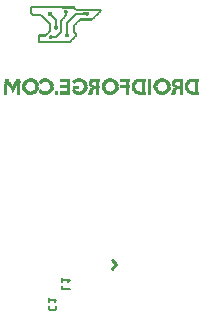
<source format=gbr>
G04 EAGLE Gerber RS-274X export*
G75*
%MOMM*%
%FSLAX34Y34*%
%LPD*%
%INSilkscreen Bottom*%
%IPPOS*%
%AMOC8*
5,1,8,0,0,1.08239X$1,22.5*%
G01*
%ADD10R,0.279400X0.025400*%
%ADD11R,0.254000X0.025400*%
%ADD12R,2.641600X0.025400*%
%ADD13R,0.685800X0.025400*%
%ADD14R,0.457200X0.025400*%
%ADD15R,0.863600X0.025400*%
%ADD16R,2.692400X0.025400*%
%ADD17R,0.762000X0.025400*%
%ADD18R,0.584200X0.025400*%
%ADD19R,2.743200X0.025400*%
%ADD20R,0.812800X0.025400*%
%ADD21R,2.768600X0.025400*%
%ADD22R,0.787400X0.025400*%
%ADD23R,2.794000X0.025400*%
%ADD24R,0.914400X0.025400*%
%ADD25R,0.838200X0.025400*%
%ADD26R,0.203200X0.025400*%
%ADD27R,0.127000X0.025400*%
%ADD28R,0.939800X0.025400*%
%ADD29R,0.889000X0.025400*%
%ADD30R,0.965200X0.025400*%
%ADD31R,0.990600X0.025400*%
%ADD32R,1.041400X0.025400*%
%ADD33R,1.016000X0.025400*%
%ADD34R,0.025400X0.025400*%
%ADD35R,0.508000X0.025400*%
%ADD36R,0.482600X0.025400*%
%ADD37R,1.066800X0.025400*%
%ADD38R,0.050800X0.025400*%
%ADD39R,0.406400X0.025400*%
%ADD40R,0.381000X0.025400*%
%ADD41R,0.076200X0.025400*%
%ADD42R,0.355600X0.025400*%
%ADD43R,0.330200X0.025400*%
%ADD44R,0.304800X0.025400*%
%ADD45R,0.101600X0.025400*%
%ADD46R,0.152400X0.025400*%
%ADD47R,0.228600X0.025400*%
%ADD48R,0.177800X0.025400*%
%ADD49R,0.635000X0.025400*%
%ADD50R,0.736600X0.025400*%
%ADD51R,0.431800X0.025400*%
%ADD52R,0.711200X0.025400*%
%ADD53R,0.533400X0.025400*%
%ADD54R,0.609600X0.025400*%
%ADD55R,1.168400X0.025400*%
%ADD56R,1.193800X0.025400*%
%ADD57R,1.117600X0.025400*%
%ADD58R,0.558800X0.025400*%
%ADD59R,2.184400X0.025400*%
%ADD60R,2.235200X0.025400*%
%ADD61R,3.810000X0.025400*%
%ADD62R,3.759200X0.025400*%
%ADD63R,3.733800X0.025400*%
%ADD64R,3.657600X0.025400*%
%ADD65R,2.336800X0.025400*%
%ADD66C,0.254000*%
%ADD67C,0.152400*%


D10*
X146558Y210312D03*
X102616Y210312D03*
D11*
X76327Y210312D03*
D10*
X47498Y210312D03*
X35052Y210312D03*
D12*
X55245Y254000D03*
D13*
X174244Y210566D03*
D11*
X162941Y210566D03*
D10*
X155702Y210566D03*
D14*
X146431Y210566D03*
D11*
X136525Y210566D03*
D13*
X129286Y210566D03*
D11*
X117983Y210566D03*
D14*
X102489Y210566D03*
D11*
X92583Y210566D03*
D10*
X85344Y210566D03*
D14*
X76327Y210566D03*
D15*
X64389Y210566D03*
D11*
X57277Y210566D03*
D14*
X47625Y210566D03*
X34925Y210566D03*
D11*
X25019Y210566D03*
X14605Y210566D03*
D16*
X55245Y254254D03*
D17*
X173863Y210820D03*
D11*
X162941Y210820D03*
D10*
X155956Y210820D03*
D18*
X146558Y210820D03*
D11*
X136525Y210820D03*
D17*
X128905Y210820D03*
D11*
X117983Y210820D03*
D18*
X102616Y210820D03*
D11*
X92583Y210820D03*
D10*
X85598Y210820D03*
D18*
X76200Y210820D03*
D15*
X64389Y210820D03*
D11*
X57277Y210820D03*
D18*
X47498Y210820D03*
X35052Y210820D03*
D11*
X25019Y210820D03*
X14605Y210820D03*
D19*
X55245Y254508D03*
D20*
X173609Y211074D03*
D11*
X162941Y211074D03*
X156083Y211074D03*
D13*
X146558Y211074D03*
D11*
X136525Y211074D03*
D20*
X128651Y211074D03*
D11*
X117983Y211074D03*
D13*
X102616Y211074D03*
D11*
X92583Y211074D03*
X85725Y211074D03*
D13*
X76200Y211074D03*
D15*
X64389Y211074D03*
D11*
X57277Y211074D03*
D13*
X47498Y211074D03*
X35052Y211074D03*
D11*
X25019Y211074D03*
X14605Y211074D03*
D21*
X55372Y254762D03*
D15*
X173355Y211328D03*
D11*
X162941Y211328D03*
X156083Y211328D03*
D22*
X146558Y211328D03*
D11*
X136525Y211328D03*
D15*
X128397Y211328D03*
D11*
X117983Y211328D03*
D22*
X102616Y211328D03*
D11*
X92583Y211328D03*
X85725Y211328D03*
D17*
X76327Y211328D03*
D15*
X64389Y211328D03*
D11*
X57277Y211328D03*
D17*
X47625Y211328D03*
D22*
X35052Y211328D03*
D11*
X25019Y211328D03*
X14605Y211328D03*
D23*
X55499Y255016D03*
D24*
X173101Y211582D03*
D11*
X162941Y211582D03*
D10*
X156210Y211582D03*
D25*
X146558Y211582D03*
D11*
X136525Y211582D03*
D24*
X128143Y211582D03*
D11*
X117983Y211582D03*
D25*
X102616Y211582D03*
D11*
X92583Y211582D03*
D10*
X85852Y211582D03*
D25*
X76200Y211582D03*
D15*
X64389Y211582D03*
D11*
X57277Y211582D03*
D25*
X47498Y211582D03*
X35052Y211582D03*
D11*
X25019Y211582D03*
X14605Y211582D03*
D26*
X68707Y255270D03*
D27*
X42164Y255270D03*
D28*
X172974Y211836D03*
D11*
X162941Y211836D03*
X156337Y211836D03*
D29*
X146558Y211836D03*
D11*
X136525Y211836D03*
D28*
X128016Y211836D03*
D11*
X117983Y211836D03*
D29*
X102616Y211836D03*
D11*
X92583Y211836D03*
X85979Y211836D03*
D24*
X76327Y211836D03*
D15*
X64389Y211836D03*
D11*
X57277Y211836D03*
D24*
X47625Y211836D03*
D29*
X35052Y211836D03*
D11*
X25019Y211836D03*
X14605Y211836D03*
D26*
X68961Y255524D03*
D27*
X42164Y255524D03*
D30*
X172847Y212090D03*
D11*
X162941Y212090D03*
X156337Y212090D03*
D31*
X146558Y212090D03*
D11*
X136525Y212090D03*
D30*
X127889Y212090D03*
D11*
X117983Y212090D03*
D31*
X102616Y212090D03*
D11*
X92583Y212090D03*
X85979Y212090D03*
D30*
X76327Y212090D03*
D15*
X64389Y212090D03*
D11*
X57277Y212090D03*
D30*
X47625Y212090D03*
D31*
X35052Y212090D03*
D11*
X25019Y212090D03*
X14605Y212090D03*
D26*
X69215Y255778D03*
D27*
X42164Y255778D03*
D31*
X172720Y212344D03*
D11*
X162941Y212344D03*
D10*
X156464Y212344D03*
D32*
X146558Y212344D03*
D11*
X136525Y212344D03*
D31*
X127762Y212344D03*
D11*
X117983Y212344D03*
D32*
X102616Y212344D03*
D11*
X92583Y212344D03*
D10*
X86106Y212344D03*
D33*
X76327Y212344D03*
D15*
X64389Y212344D03*
D11*
X57277Y212344D03*
D33*
X47625Y212344D03*
D32*
X35052Y212344D03*
D11*
X25019Y212344D03*
D34*
X20066Y212344D03*
D11*
X14605Y212344D03*
D26*
X69469Y256032D03*
D27*
X42164Y256032D03*
D11*
X176403Y212598D03*
D35*
X170053Y212598D03*
D11*
X162941Y212598D03*
X156591Y212598D03*
D35*
X149479Y212598D03*
X143637Y212598D03*
D11*
X136525Y212598D03*
X131445Y212598D03*
D35*
X125095Y212598D03*
D11*
X117983Y212598D03*
D35*
X105537Y212598D03*
X99695Y212598D03*
D11*
X92583Y212598D03*
X86233Y212598D03*
D35*
X79121Y212598D03*
D36*
X73406Y212598D03*
D15*
X64389Y212598D03*
D11*
X57277Y212598D03*
D37*
X47625Y212598D03*
D35*
X37973Y212598D03*
X32131Y212598D03*
D11*
X25019Y212598D03*
D38*
X19939Y212598D03*
D11*
X14605Y212598D03*
D26*
X69723Y256286D03*
D27*
X42164Y256286D03*
D11*
X176403Y212852D03*
D39*
X169291Y212852D03*
D11*
X162941Y212852D03*
X156591Y212852D03*
D39*
X149987Y212852D03*
X143129Y212852D03*
D11*
X136525Y212852D03*
X131445Y212852D03*
D39*
X124333Y212852D03*
D11*
X117983Y212852D03*
D39*
X106045Y212852D03*
X99187Y212852D03*
D11*
X92583Y212852D03*
X86233Y212852D03*
D39*
X79629Y212852D03*
D40*
X72644Y212852D03*
D11*
X67437Y212852D03*
X57277Y212852D03*
D39*
X50927Y212852D03*
X44069Y212852D03*
X38481Y212852D03*
X31623Y212852D03*
D11*
X25019Y212852D03*
D41*
X19812Y212852D03*
D11*
X14605Y212852D03*
D26*
X69977Y256540D03*
D27*
X42164Y256540D03*
D11*
X176403Y213106D03*
D42*
X169037Y213106D03*
D11*
X162941Y213106D03*
D10*
X156718Y213106D03*
D42*
X150495Y213106D03*
X142621Y213106D03*
D11*
X136525Y213106D03*
X131445Y213106D03*
D42*
X124079Y213106D03*
D11*
X117983Y213106D03*
D42*
X106553Y213106D03*
X98679Y213106D03*
D11*
X92583Y213106D03*
D10*
X86360Y213106D03*
D42*
X80137Y213106D03*
D43*
X72390Y213106D03*
D11*
X67437Y213106D03*
D42*
X51435Y213106D03*
D44*
X43815Y213106D03*
D42*
X38989Y213106D03*
X31115Y213106D03*
D11*
X25019Y213106D03*
D45*
X19939Y213106D03*
D11*
X14605Y213106D03*
D26*
X70231Y256794D03*
D27*
X42164Y256794D03*
D11*
X176403Y213360D03*
D43*
X168656Y213360D03*
D11*
X162941Y213360D03*
X156845Y213360D03*
D42*
X150749Y213360D03*
X142367Y213360D03*
D11*
X136525Y213360D03*
X131445Y213360D03*
D43*
X123698Y213360D03*
D11*
X117983Y213360D03*
D42*
X106807Y213360D03*
X98425Y213360D03*
D11*
X92583Y213360D03*
X86487Y213360D03*
D42*
X80391Y213360D03*
D10*
X72136Y213360D03*
D11*
X67437Y213360D03*
D42*
X51689Y213360D03*
D11*
X43815Y213360D03*
D42*
X39243Y213360D03*
X30861Y213360D03*
D11*
X25019Y213360D03*
D27*
X19812Y213360D03*
D11*
X14605Y213360D03*
D26*
X70485Y257048D03*
D27*
X42164Y257048D03*
D11*
X176403Y213614D03*
D43*
X168402Y213614D03*
D11*
X162941Y213614D03*
X156845Y213614D03*
D44*
X151003Y213614D03*
X142113Y213614D03*
D11*
X136525Y213614D03*
X131445Y213614D03*
D43*
X123444Y213614D03*
D11*
X117983Y213614D03*
D44*
X107061Y213614D03*
X98171Y213614D03*
D11*
X92583Y213614D03*
X86487Y213614D03*
D44*
X80645Y213614D03*
D11*
X72009Y213614D03*
X67437Y213614D03*
D44*
X51943Y213614D03*
D26*
X43815Y213614D03*
D44*
X39497Y213614D03*
X30607Y213614D03*
D11*
X25019Y213614D03*
D46*
X19939Y213614D03*
D11*
X14605Y213614D03*
D26*
X70739Y257302D03*
D27*
X42164Y257302D03*
D11*
X176403Y213868D03*
D44*
X168275Y213868D03*
D11*
X162941Y213868D03*
X157099Y213868D03*
D44*
X151257Y213868D03*
X141859Y213868D03*
D11*
X136525Y213868D03*
X131445Y213868D03*
D44*
X123317Y213868D03*
D11*
X117983Y213868D03*
D44*
X107315Y213868D03*
X97917Y213868D03*
D11*
X92583Y213868D03*
X86741Y213868D03*
D44*
X80899Y213868D03*
D47*
X71882Y213868D03*
D11*
X67437Y213868D03*
D44*
X52197Y213868D03*
D27*
X43688Y213868D03*
D44*
X39751Y213868D03*
X30353Y213868D03*
D11*
X25019Y213868D03*
D48*
X19812Y213868D03*
D11*
X14605Y213868D03*
D26*
X70993Y257556D03*
D46*
X52197Y257556D03*
D27*
X42164Y257556D03*
D11*
X176403Y214122D03*
D44*
X168021Y214122D03*
D11*
X162941Y214122D03*
X157099Y214122D03*
D44*
X151511Y214122D03*
D10*
X141732Y214122D03*
D11*
X136525Y214122D03*
X131445Y214122D03*
D44*
X123063Y214122D03*
D11*
X117983Y214122D03*
D44*
X107569Y214122D03*
D10*
X97790Y214122D03*
D11*
X92583Y214122D03*
X86741Y214122D03*
D44*
X81153Y214122D03*
D47*
X71882Y214122D03*
D11*
X67437Y214122D03*
D44*
X52451Y214122D03*
D45*
X43815Y214122D03*
D44*
X40005Y214122D03*
D10*
X30226Y214122D03*
D11*
X25019Y214122D03*
D47*
X19812Y214122D03*
D11*
X14605Y214122D03*
D26*
X71247Y257810D03*
D47*
X52324Y257810D03*
D27*
X42164Y257810D03*
D11*
X176403Y214376D03*
D10*
X167894Y214376D03*
D11*
X162941Y214376D03*
D10*
X157226Y214376D03*
X151638Y214376D03*
X141478Y214376D03*
D11*
X136525Y214376D03*
X131445Y214376D03*
D10*
X122936Y214376D03*
D11*
X117983Y214376D03*
D10*
X107696Y214376D03*
X97536Y214376D03*
D11*
X92583Y214376D03*
D10*
X86868Y214376D03*
X81280Y214376D03*
D47*
X71882Y214376D03*
D11*
X67437Y214376D03*
D10*
X52578Y214376D03*
D38*
X43815Y214376D03*
D10*
X40132Y214376D03*
X29972Y214376D03*
D11*
X25019Y214376D03*
X19939Y214376D03*
X14605Y214376D03*
D26*
X71501Y258064D03*
D11*
X52197Y258064D03*
D27*
X42164Y258064D03*
D11*
X176403Y214630D03*
D10*
X167640Y214630D03*
D11*
X162941Y214630D03*
X157353Y214630D03*
D10*
X151638Y214630D03*
X141478Y214630D03*
D11*
X136525Y214630D03*
X131445Y214630D03*
D10*
X122682Y214630D03*
D11*
X117983Y214630D03*
D10*
X107696Y214630D03*
X97536Y214630D03*
D11*
X92583Y214630D03*
X86995Y214630D03*
D10*
X81280Y214630D03*
D47*
X71882Y214630D03*
D11*
X67437Y214630D03*
D10*
X52578Y214630D03*
X40132Y214630D03*
X29972Y214630D03*
D11*
X25019Y214630D03*
D10*
X19812Y214630D03*
D11*
X14605Y214630D03*
D26*
X71755Y258318D03*
D18*
X53848Y258318D03*
D27*
X42164Y258318D03*
D11*
X176403Y214884D03*
D10*
X167640Y214884D03*
D11*
X162941Y214884D03*
D10*
X157480Y214884D03*
X151892Y214884D03*
X141224Y214884D03*
D11*
X136525Y214884D03*
X131445Y214884D03*
D10*
X122682Y214884D03*
D11*
X117983Y214884D03*
D10*
X107950Y214884D03*
X97282Y214884D03*
D11*
X92583Y214884D03*
D10*
X87122Y214884D03*
X81534Y214884D03*
D47*
X71882Y214884D03*
D11*
X67437Y214884D03*
D10*
X52832Y214884D03*
X40386Y214884D03*
X29718Y214884D03*
D11*
X25019Y214884D03*
D44*
X19939Y214884D03*
D11*
X14605Y214884D03*
D26*
X72009Y258572D03*
D49*
X53848Y258572D03*
D27*
X42164Y258572D03*
D11*
X176403Y215138D03*
X167513Y215138D03*
X162941Y215138D03*
D10*
X157734Y215138D03*
X151892Y215138D03*
X141224Y215138D03*
D11*
X136525Y215138D03*
X131445Y215138D03*
X122555Y215138D03*
X117983Y215138D03*
D10*
X107950Y215138D03*
X97282Y215138D03*
D11*
X92583Y215138D03*
D10*
X87376Y215138D03*
X81534Y215138D03*
D35*
X73279Y215138D03*
D11*
X67437Y215138D03*
D10*
X52832Y215138D03*
X40386Y215138D03*
X29718Y215138D03*
D11*
X25019Y215138D03*
D43*
X19812Y215138D03*
D11*
X14605Y215138D03*
D26*
X72263Y258826D03*
D36*
X54864Y258826D03*
D27*
X51308Y258826D03*
X42164Y258826D03*
D11*
X176403Y215392D03*
X167513Y215392D03*
X162941Y215392D03*
D43*
X157988Y215392D03*
D11*
X152019Y215392D03*
X141097Y215392D03*
X136525Y215392D03*
X131445Y215392D03*
X122555Y215392D03*
X117983Y215392D03*
X108077Y215392D03*
X97155Y215392D03*
X92583Y215392D03*
D43*
X87630Y215392D03*
D11*
X81661Y215392D03*
D35*
X73279Y215392D03*
D11*
X67437Y215392D03*
X52959Y215392D03*
X40513Y215392D03*
X29591Y215392D03*
X25019Y215392D03*
D42*
X19939Y215392D03*
D11*
X14605Y215392D03*
D26*
X72517Y259080D03*
D48*
X66294Y259080D03*
D13*
X54102Y259080D03*
D27*
X42164Y259080D03*
D11*
X176403Y215646D03*
D10*
X167386Y215646D03*
D17*
X160401Y215646D03*
D10*
X152146Y215646D03*
X140970Y215646D03*
D11*
X136525Y215646D03*
X131445Y215646D03*
D10*
X122428Y215646D03*
D11*
X117983Y215646D03*
D10*
X108204Y215646D03*
X97028Y215646D03*
D17*
X90043Y215646D03*
D10*
X81788Y215646D03*
D35*
X73279Y215646D03*
D11*
X67437Y215646D03*
D10*
X53086Y215646D03*
X40640Y215646D03*
X29464Y215646D03*
D11*
X25019Y215646D03*
D40*
X19812Y215646D03*
D11*
X14605Y215646D03*
D26*
X72771Y259334D03*
D47*
X66294Y259334D03*
D13*
X54356Y259334D03*
D27*
X42164Y259334D03*
D11*
X176403Y215900D03*
X167259Y215900D03*
D50*
X160528Y215900D03*
D10*
X152146Y215900D03*
X140970Y215900D03*
D11*
X136525Y215900D03*
X131445Y215900D03*
X122301Y215900D03*
X117983Y215900D03*
D10*
X108204Y215900D03*
X97028Y215900D03*
D50*
X90170Y215900D03*
D10*
X81788Y215900D03*
D35*
X73279Y215900D03*
D11*
X67437Y215900D03*
D10*
X53086Y215900D03*
X40640Y215900D03*
X29464Y215900D03*
D11*
X25019Y215900D03*
D51*
X19812Y215900D03*
D11*
X14605Y215900D03*
D26*
X73025Y259588D03*
D10*
X66294Y259588D03*
D48*
X57150Y259588D03*
D11*
X52197Y259588D03*
D46*
X42291Y259588D03*
D11*
X176403Y216154D03*
X167259Y216154D03*
D13*
X160782Y216154D03*
D11*
X152273Y216154D03*
X140843Y216154D03*
X136525Y216154D03*
X131445Y216154D03*
X122301Y216154D03*
X117983Y216154D03*
X108331Y216154D03*
X96901Y216154D03*
D13*
X90424Y216154D03*
D11*
X81915Y216154D03*
D35*
X73279Y216154D03*
D11*
X67437Y216154D03*
X53213Y216154D03*
X40767Y216154D03*
X29337Y216154D03*
X25019Y216154D03*
D51*
X19812Y216154D03*
D11*
X14605Y216154D03*
D26*
X73279Y259842D03*
D10*
X66294Y259842D03*
D48*
X57404Y259842D03*
D47*
X52324Y259842D03*
D13*
X44958Y259842D03*
D11*
X176403Y216408D03*
X167259Y216408D03*
D13*
X160782Y216408D03*
D11*
X152273Y216408D03*
X140843Y216408D03*
X136525Y216408D03*
X131445Y216408D03*
X122301Y216408D03*
D15*
X114935Y216408D03*
D11*
X108331Y216408D03*
X96901Y216408D03*
D13*
X90424Y216408D03*
D11*
X81915Y216408D03*
D35*
X73279Y216408D03*
D15*
X64389Y216408D03*
D11*
X53213Y216408D03*
X40767Y216408D03*
X29337Y216408D03*
X25019Y216408D03*
D36*
X19812Y216408D03*
D11*
X14605Y216408D03*
D48*
X73406Y260096D03*
D10*
X66294Y260096D03*
D48*
X57658Y260096D03*
X52324Y260096D03*
D52*
X45085Y260096D03*
D11*
X176403Y216662D03*
X167259Y216662D03*
D50*
X160528Y216662D03*
D11*
X152273Y216662D03*
X140843Y216662D03*
X136525Y216662D03*
X131445Y216662D03*
X122301Y216662D03*
D15*
X114935Y216662D03*
D11*
X108331Y216662D03*
X96901Y216662D03*
D50*
X90170Y216662D03*
D11*
X81915Y216662D03*
D35*
X73279Y216662D03*
D15*
X64389Y216662D03*
D11*
X53213Y216662D03*
X40767Y216662D03*
X29337Y216662D03*
X25019Y216662D03*
D35*
X19939Y216662D03*
D11*
X14605Y216662D03*
D48*
X73660Y260350D03*
D27*
X67056Y260350D03*
X65532Y260350D03*
D48*
X57912Y260350D03*
D52*
X45339Y260350D03*
D11*
X176403Y216916D03*
X167259Y216916D03*
D22*
X160274Y216916D03*
D11*
X152273Y216916D03*
X140843Y216916D03*
X136525Y216916D03*
X131445Y216916D03*
X122301Y216916D03*
D15*
X114935Y216916D03*
D11*
X108331Y216916D03*
X96901Y216916D03*
D22*
X89916Y216916D03*
D11*
X81915Y216916D03*
D35*
X73279Y216916D03*
D15*
X64389Y216916D03*
D11*
X53213Y216916D03*
X40767Y216916D03*
X29337Y216916D03*
X25019Y216916D03*
D53*
X19812Y216916D03*
D11*
X14605Y216916D03*
D46*
X73787Y260604D03*
D10*
X66294Y260604D03*
D48*
X58166Y260604D03*
D52*
X45593Y260604D03*
D11*
X176403Y217170D03*
X167259Y217170D03*
D20*
X160147Y217170D03*
D11*
X152273Y217170D03*
X140843Y217170D03*
X136525Y217170D03*
X131445Y217170D03*
X122301Y217170D03*
D15*
X114935Y217170D03*
D11*
X108331Y217170D03*
X96901Y217170D03*
D20*
X89789Y217170D03*
D11*
X81915Y217170D03*
D35*
X73279Y217170D03*
D15*
X64389Y217170D03*
D11*
X53213Y217170D03*
X40767Y217170D03*
X29337Y217170D03*
X25019Y217170D03*
D10*
X21336Y217170D03*
X18288Y217170D03*
D11*
X14605Y217170D03*
D27*
X73914Y260858D03*
D10*
X66294Y260858D03*
D48*
X58420Y260858D03*
D13*
X45974Y260858D03*
D11*
X176403Y217424D03*
X167259Y217424D03*
D25*
X160020Y217424D03*
D11*
X152273Y217424D03*
X140843Y217424D03*
X136525Y217424D03*
X131445Y217424D03*
X122301Y217424D03*
D15*
X114935Y217424D03*
D11*
X108331Y217424D03*
X96901Y217424D03*
D25*
X89662Y217424D03*
D11*
X81915Y217424D03*
D15*
X64389Y217424D03*
D11*
X53213Y217424D03*
X40767Y217424D03*
X29337Y217424D03*
X25019Y217424D03*
X21463Y217424D03*
D10*
X18288Y217424D03*
D11*
X14605Y217424D03*
D46*
X73787Y261112D03*
D10*
X66294Y261112D03*
D48*
X58674Y261112D03*
X48768Y261112D03*
D11*
X176403Y217678D03*
X167259Y217678D03*
X162941Y217678D03*
D44*
X157353Y217678D03*
D11*
X152273Y217678D03*
X140843Y217678D03*
X136525Y217678D03*
X131445Y217678D03*
X122301Y217678D03*
D15*
X114935Y217678D03*
D11*
X108331Y217678D03*
X96901Y217678D03*
X92583Y217678D03*
D44*
X86995Y217678D03*
D11*
X81915Y217678D03*
D15*
X64389Y217678D03*
D11*
X53213Y217678D03*
X40767Y217678D03*
X29337Y217678D03*
X25019Y217678D03*
D10*
X21590Y217678D03*
X18034Y217678D03*
D11*
X14605Y217678D03*
D48*
X73660Y261366D03*
D47*
X66294Y261366D03*
D48*
X58928Y261366D03*
X49022Y261366D03*
D11*
X176403Y217932D03*
X167259Y217932D03*
X162941Y217932D03*
D10*
X156972Y217932D03*
D11*
X152273Y217932D03*
X140843Y217932D03*
X136525Y217932D03*
X131445Y217932D03*
X122301Y217932D03*
D15*
X114935Y217932D03*
D11*
X108331Y217932D03*
X96901Y217932D03*
X92583Y217932D03*
D10*
X86614Y217932D03*
D11*
X81915Y217932D03*
D15*
X64389Y217932D03*
D11*
X53213Y217932D03*
X40767Y217932D03*
X29337Y217932D03*
X25019Y217932D03*
X21717Y217932D03*
X17907Y217932D03*
X14605Y217932D03*
D48*
X73406Y261620D03*
X66294Y261620D03*
X59182Y261620D03*
X49276Y261620D03*
D11*
X176403Y218186D03*
X167259Y218186D03*
X162941Y218186D03*
D10*
X156718Y218186D03*
X152146Y218186D03*
X140970Y218186D03*
D11*
X136525Y218186D03*
X131445Y218186D03*
X122301Y218186D03*
D15*
X114935Y218186D03*
D10*
X108204Y218186D03*
X97028Y218186D03*
D11*
X92583Y218186D03*
D10*
X86360Y218186D03*
X81788Y218186D03*
D15*
X64389Y218186D03*
D10*
X53086Y218186D03*
X40640Y218186D03*
X29464Y218186D03*
D11*
X25019Y218186D03*
D10*
X21844Y218186D03*
X17780Y218186D03*
D11*
X14605Y218186D03*
D26*
X73279Y261874D03*
D27*
X66294Y261874D03*
D48*
X59436Y261874D03*
X49530Y261874D03*
D11*
X176403Y218440D03*
X167513Y218440D03*
X162941Y218440D03*
X156591Y218440D03*
X152019Y218440D03*
X141097Y218440D03*
X136525Y218440D03*
X131445Y218440D03*
X122555Y218440D03*
X117983Y218440D03*
X108077Y218440D03*
X97155Y218440D03*
X92583Y218440D03*
X86233Y218440D03*
X81661Y218440D03*
X67437Y218440D03*
X52959Y218440D03*
X40513Y218440D03*
X29591Y218440D03*
X25019Y218440D03*
X21971Y218440D03*
X17653Y218440D03*
X14605Y218440D03*
D26*
X73025Y262128D03*
D27*
X66294Y262128D03*
D48*
X59690Y262128D03*
X49784Y262128D03*
D11*
X176403Y218694D03*
X167513Y218694D03*
X162941Y218694D03*
X156591Y218694D03*
X152019Y218694D03*
X141097Y218694D03*
X136525Y218694D03*
X131445Y218694D03*
X122555Y218694D03*
X117983Y218694D03*
X108077Y218694D03*
X97155Y218694D03*
X92583Y218694D03*
X86233Y218694D03*
X81661Y218694D03*
X67437Y218694D03*
X52959Y218694D03*
X40513Y218694D03*
X29591Y218694D03*
X25019Y218694D03*
D10*
X22098Y218694D03*
X17526Y218694D03*
D11*
X14605Y218694D03*
D26*
X72771Y262382D03*
D27*
X66294Y262382D03*
D48*
X59944Y262382D03*
X50038Y262382D03*
D11*
X176403Y218948D03*
X167513Y218948D03*
X162941Y218948D03*
X156337Y218948D03*
D10*
X151892Y218948D03*
X141224Y218948D03*
D11*
X136525Y218948D03*
X131445Y218948D03*
X122555Y218948D03*
X117983Y218948D03*
D10*
X107950Y218948D03*
X97282Y218948D03*
D11*
X92583Y218948D03*
X85979Y218948D03*
D10*
X81534Y218948D03*
D11*
X67437Y218948D03*
D10*
X52832Y218948D03*
X40386Y218948D03*
X29718Y218948D03*
D11*
X25019Y218948D03*
X22225Y218948D03*
D53*
X16002Y218948D03*
D26*
X72517Y262636D03*
D27*
X66294Y262636D03*
D48*
X60198Y262636D03*
X50292Y262636D03*
D11*
X176403Y219202D03*
D10*
X167640Y219202D03*
D11*
X162941Y219202D03*
X156337Y219202D03*
D10*
X151638Y219202D03*
X141478Y219202D03*
D11*
X136525Y219202D03*
X131445Y219202D03*
D10*
X122682Y219202D03*
D11*
X117983Y219202D03*
D10*
X107696Y219202D03*
X97536Y219202D03*
D11*
X92583Y219202D03*
X85979Y219202D03*
D10*
X81280Y219202D03*
D11*
X67437Y219202D03*
D10*
X52578Y219202D03*
X40132Y219202D03*
X29972Y219202D03*
D53*
X23622Y219202D03*
X16002Y219202D03*
D26*
X72263Y262890D03*
D27*
X66294Y262890D03*
D48*
X60452Y262890D03*
X50546Y262890D03*
D11*
X176403Y219456D03*
X167767Y219456D03*
X162941Y219456D03*
X156337Y219456D03*
D10*
X151638Y219456D03*
X141478Y219456D03*
D11*
X136525Y219456D03*
X131445Y219456D03*
X122809Y219456D03*
X117983Y219456D03*
D10*
X107696Y219456D03*
X97536Y219456D03*
D11*
X92583Y219456D03*
X85979Y219456D03*
D10*
X81280Y219456D03*
D34*
X72644Y219456D03*
D11*
X67437Y219456D03*
D10*
X52578Y219456D03*
D34*
X43942Y219456D03*
D10*
X40132Y219456D03*
X29972Y219456D03*
D35*
X23749Y219456D03*
X15875Y219456D03*
D48*
X72136Y263144D03*
D27*
X66294Y263144D03*
D48*
X60706Y263144D03*
X50800Y263144D03*
D11*
X176403Y219710D03*
D10*
X167894Y219710D03*
D11*
X162941Y219710D03*
X156337Y219710D03*
D44*
X151511Y219710D03*
X141605Y219710D03*
D11*
X136525Y219710D03*
X131445Y219710D03*
D10*
X122936Y219710D03*
D11*
X117983Y219710D03*
D44*
X107569Y219710D03*
X97663Y219710D03*
D11*
X92583Y219710D03*
X85979Y219710D03*
D44*
X81153Y219710D03*
D38*
X72517Y219710D03*
D11*
X67437Y219710D03*
D44*
X52451Y219710D03*
D38*
X43815Y219710D03*
D44*
X40005Y219710D03*
X30099Y219710D03*
D36*
X23876Y219710D03*
X15748Y219710D03*
D48*
X71882Y263398D03*
D27*
X66294Y263398D03*
D48*
X60960Y263398D03*
X51054Y263398D03*
D11*
X176403Y219964D03*
D10*
X168148Y219964D03*
D11*
X162941Y219964D03*
X156337Y219964D03*
D44*
X151257Y219964D03*
X141859Y219964D03*
D11*
X136525Y219964D03*
X131445Y219964D03*
D10*
X123190Y219964D03*
D11*
X117983Y219964D03*
D44*
X107315Y219964D03*
X97917Y219964D03*
D11*
X92583Y219964D03*
X85979Y219964D03*
D44*
X80899Y219964D03*
D41*
X72390Y219964D03*
D11*
X67437Y219964D03*
D44*
X52197Y219964D03*
D45*
X43815Y219964D03*
D44*
X39751Y219964D03*
X30353Y219964D03*
D36*
X23876Y219964D03*
X15748Y219964D03*
D46*
X71755Y263652D03*
D27*
X66294Y263652D03*
D46*
X61087Y263652D03*
X51181Y263652D03*
D11*
X176403Y220218D03*
D44*
X168275Y220218D03*
D11*
X162941Y220218D03*
X156337Y220218D03*
D43*
X151130Y220218D03*
X141986Y220218D03*
D11*
X136525Y220218D03*
X131445Y220218D03*
D44*
X123317Y220218D03*
D11*
X117983Y220218D03*
D43*
X107188Y220218D03*
X98044Y220218D03*
D11*
X92583Y220218D03*
X85979Y220218D03*
D43*
X80772Y220218D03*
D27*
X72390Y220218D03*
D11*
X67437Y220218D03*
D43*
X52070Y220218D03*
D46*
X43815Y220218D03*
D43*
X39624Y220218D03*
X30480Y220218D03*
D14*
X24003Y220218D03*
X15621Y220218D03*
D27*
X71628Y263906D03*
X66294Y263906D03*
X61214Y263906D03*
X51308Y263906D03*
D11*
X176403Y220472D03*
D44*
X168529Y220472D03*
D11*
X162941Y220472D03*
D10*
X156464Y220472D03*
D43*
X150876Y220472D03*
X142240Y220472D03*
D11*
X136525Y220472D03*
X131445Y220472D03*
D44*
X123571Y220472D03*
D11*
X117983Y220472D03*
D43*
X106934Y220472D03*
X98298Y220472D03*
D11*
X92583Y220472D03*
D10*
X86106Y220472D03*
D43*
X80518Y220472D03*
D26*
X72517Y220472D03*
D11*
X67437Y220472D03*
D43*
X51816Y220472D03*
D47*
X43942Y220472D03*
D43*
X39370Y220472D03*
X30734Y220472D03*
D14*
X24003Y220472D03*
X15621Y220472D03*
D27*
X71628Y264160D03*
X66294Y264160D03*
X61214Y264160D03*
D46*
X51435Y264160D03*
D11*
X176403Y220726D03*
D43*
X168656Y220726D03*
D11*
X162941Y220726D03*
D10*
X156718Y220726D03*
D42*
X150495Y220726D03*
X142621Y220726D03*
D11*
X136525Y220726D03*
X131445Y220726D03*
D43*
X123698Y220726D03*
D11*
X117983Y220726D03*
D42*
X106553Y220726D03*
X98679Y220726D03*
D11*
X92583Y220726D03*
D10*
X86360Y220726D03*
D42*
X80137Y220726D03*
D11*
X72517Y220726D03*
X67437Y220726D03*
D42*
X51435Y220726D03*
D10*
X43942Y220726D03*
D42*
X38989Y220726D03*
X31115Y220726D03*
D51*
X24130Y220726D03*
X15494Y220726D03*
D27*
X71628Y264414D03*
X66294Y264414D03*
X61214Y264414D03*
X51562Y264414D03*
D11*
X176403Y220980D03*
D42*
X169037Y220980D03*
D11*
X162941Y220980D03*
D10*
X156718Y220980D03*
D39*
X150241Y220980D03*
X142875Y220980D03*
D11*
X136525Y220980D03*
X131445Y220980D03*
D42*
X124079Y220980D03*
D11*
X117983Y220980D03*
D39*
X106299Y220980D03*
X98933Y220980D03*
D11*
X92583Y220980D03*
D10*
X86360Y220980D03*
D39*
X79883Y220980D03*
D43*
X72644Y220980D03*
D11*
X67437Y220980D03*
D39*
X51181Y220980D03*
D40*
X43942Y220980D03*
D39*
X38735Y220980D03*
X31369Y220980D03*
D51*
X24130Y220980D03*
D39*
X15367Y220980D03*
D27*
X71628Y264668D03*
X66294Y264668D03*
X61214Y264668D03*
X51562Y264668D03*
D11*
X176403Y221234D03*
D40*
X169418Y221234D03*
D11*
X162941Y221234D03*
D43*
X156972Y221234D03*
D14*
X149733Y221234D03*
X143383Y221234D03*
D11*
X136525Y221234D03*
X131445Y221234D03*
D40*
X124460Y221234D03*
D11*
X117983Y221234D03*
D14*
X105791Y221234D03*
X99441Y221234D03*
D11*
X92583Y221234D03*
D43*
X86614Y221234D03*
D36*
X79248Y221234D03*
D14*
X73025Y221234D03*
D11*
X67437Y221234D03*
D14*
X50673Y221234D03*
X44577Y221234D03*
X38227Y221234D03*
X31877Y221234D03*
D39*
X24257Y221234D03*
X15367Y221234D03*
D27*
X71628Y264922D03*
X66294Y264922D03*
X61214Y264922D03*
X51562Y264922D03*
D31*
X172720Y221488D03*
D11*
X162941Y221488D03*
D42*
X157353Y221488D03*
D32*
X146558Y221488D03*
D11*
X136525Y221488D03*
D31*
X127762Y221488D03*
D15*
X114935Y221488D03*
D32*
X102616Y221488D03*
D11*
X92583Y221488D03*
D42*
X86995Y221488D03*
D32*
X76200Y221488D03*
D15*
X64389Y221488D03*
D33*
X47625Y221488D03*
D32*
X35052Y221488D03*
D40*
X24384Y221488D03*
X15240Y221488D03*
D27*
X71628Y265176D03*
X66294Y265176D03*
X61214Y265176D03*
X51562Y265176D03*
D30*
X172847Y221742D03*
D15*
X159893Y221742D03*
D31*
X146558Y221742D03*
D11*
X136525Y221742D03*
D30*
X127889Y221742D03*
D15*
X114935Y221742D03*
D31*
X102616Y221742D03*
D15*
X89535Y221742D03*
D31*
X76200Y221742D03*
D15*
X64389Y221742D03*
D30*
X47625Y221742D03*
D31*
X35052Y221742D03*
D40*
X24384Y221742D03*
X15240Y221742D03*
D27*
X71628Y265430D03*
X66294Y265430D03*
X61214Y265430D03*
X51562Y265430D03*
D28*
X172974Y221996D03*
D25*
X160020Y221996D03*
D28*
X146558Y221996D03*
D11*
X136525Y221996D03*
D28*
X128016Y221996D03*
D15*
X114935Y221996D03*
D28*
X102616Y221996D03*
D25*
X89662Y221996D03*
D28*
X76200Y221996D03*
D15*
X64389Y221996D03*
D24*
X47625Y221996D03*
D28*
X35052Y221996D03*
D42*
X24511Y221996D03*
X15113Y221996D03*
D27*
X71628Y265684D03*
X66294Y265684D03*
X61214Y265684D03*
X56388Y265684D03*
X51562Y265684D03*
D24*
X173101Y222250D03*
D20*
X160147Y222250D03*
D29*
X146558Y222250D03*
D11*
X136525Y222250D03*
D24*
X128143Y222250D03*
D15*
X114935Y222250D03*
D29*
X102616Y222250D03*
D20*
X89789Y222250D03*
D15*
X76073Y222250D03*
X64389Y222250D03*
X47625Y222250D03*
D29*
X35052Y222250D03*
D42*
X24511Y222250D03*
X15113Y222250D03*
D27*
X71628Y265938D03*
X66294Y265938D03*
X61214Y265938D03*
D26*
X56261Y265938D03*
D27*
X51562Y265938D03*
D15*
X173355Y222504D03*
D22*
X160274Y222504D03*
X146558Y222504D03*
D11*
X136525Y222504D03*
D15*
X128397Y222504D03*
X114935Y222504D03*
D22*
X102616Y222504D03*
X89916Y222504D03*
X76200Y222504D03*
D15*
X64389Y222504D03*
D22*
X47498Y222504D03*
X35052Y222504D03*
D43*
X24638Y222504D03*
X14986Y222504D03*
D27*
X71628Y266192D03*
X66294Y266192D03*
X61214Y266192D03*
D47*
X56388Y266192D03*
D27*
X51562Y266192D03*
D25*
X173482Y222758D03*
D17*
X160401Y222758D03*
D13*
X146558Y222758D03*
D11*
X136525Y222758D03*
D25*
X128524Y222758D03*
D15*
X114935Y222758D03*
D13*
X102616Y222758D03*
D17*
X90043Y222758D03*
D52*
X76073Y222758D03*
D15*
X64389Y222758D03*
D52*
X47625Y222758D03*
D13*
X35052Y222758D03*
D43*
X24638Y222758D03*
D44*
X14859Y222758D03*
D27*
X71628Y266446D03*
X66294Y266446D03*
X61214Y266446D03*
D10*
X56388Y266446D03*
D27*
X51562Y266446D03*
D22*
X173736Y223012D03*
D52*
X160655Y223012D03*
D49*
X146558Y223012D03*
D11*
X136525Y223012D03*
D22*
X128778Y223012D03*
D15*
X114935Y223012D03*
D49*
X102616Y223012D03*
D52*
X90297Y223012D03*
D54*
X76073Y223012D03*
D15*
X64389Y223012D03*
D54*
X47625Y223012D03*
D49*
X35052Y223012D03*
D44*
X24765Y223012D03*
X14859Y223012D03*
D27*
X71628Y266700D03*
X66294Y266700D03*
X61214Y266700D03*
D10*
X56388Y266700D03*
D27*
X51562Y266700D03*
D52*
X174117Y223266D03*
D49*
X161036Y223266D03*
D36*
X146558Y223266D03*
D11*
X136525Y223266D03*
D52*
X129159Y223266D03*
D15*
X114935Y223266D03*
D36*
X102616Y223266D03*
D49*
X90678Y223266D03*
D36*
X76200Y223266D03*
D15*
X64389Y223266D03*
D36*
X47498Y223266D03*
X35052Y223266D03*
D44*
X24765Y223266D03*
D10*
X14732Y223266D03*
D27*
X71628Y266954D03*
X66294Y266954D03*
X61214Y266954D03*
X57150Y266954D03*
X55626Y266954D03*
X51562Y266954D03*
D43*
X146558Y223520D03*
X102616Y223520D03*
X76200Y223520D03*
X47498Y223520D03*
X35052Y223520D03*
D27*
X71628Y267208D03*
X66294Y267208D03*
X61214Y267208D03*
X57150Y267208D03*
X55626Y267208D03*
X51562Y267208D03*
X71628Y267462D03*
X66294Y267462D03*
X61214Y267462D03*
D10*
X56388Y267462D03*
D27*
X51562Y267462D03*
X71628Y267716D03*
X66294Y267716D03*
X61214Y267716D03*
D10*
X56388Y267716D03*
D27*
X51562Y267716D03*
X71628Y267970D03*
X66294Y267970D03*
X61214Y267970D03*
D47*
X56388Y267970D03*
D27*
X51562Y267970D03*
X71628Y268224D03*
X66294Y268224D03*
X61214Y268224D03*
D26*
X56261Y268224D03*
D27*
X51562Y268224D03*
D46*
X71755Y268478D03*
D27*
X66294Y268478D03*
X61214Y268478D03*
X56388Y268478D03*
X51562Y268478D03*
D46*
X72009Y268732D03*
D27*
X66294Y268732D03*
X61214Y268732D03*
X56388Y268732D03*
X51562Y268732D03*
D48*
X72136Y268986D03*
D27*
X66294Y268986D03*
X61214Y268986D03*
X56388Y268986D03*
X51562Y268986D03*
D48*
X72390Y269240D03*
D27*
X66294Y269240D03*
X61214Y269240D03*
X56388Y269240D03*
X51562Y269240D03*
D48*
X72644Y269494D03*
D27*
X66294Y269494D03*
X61214Y269494D03*
X56388Y269494D03*
X51562Y269494D03*
D48*
X72898Y269748D03*
D27*
X66294Y269748D03*
X61214Y269748D03*
X56388Y269748D03*
X51562Y269748D03*
D48*
X73152Y270002D03*
D27*
X66294Y270002D03*
X61214Y270002D03*
X56388Y270002D03*
D46*
X51435Y270002D03*
D48*
X73406Y270256D03*
D27*
X66294Y270256D03*
X61214Y270256D03*
X56388Y270256D03*
D46*
X51181Y270256D03*
D48*
X73660Y270510D03*
D27*
X66294Y270510D03*
X61214Y270510D03*
X56388Y270510D03*
D48*
X51054Y270510D03*
X73914Y270764D03*
D27*
X66294Y270764D03*
X61214Y270764D03*
X56388Y270764D03*
D26*
X50927Y270764D03*
D48*
X74168Y271018D03*
D27*
X66294Y271018D03*
X61214Y271018D03*
X56388Y271018D03*
D26*
X50673Y271018D03*
D48*
X74422Y271272D03*
D46*
X66421Y271272D03*
D27*
X61214Y271272D03*
X56388Y271272D03*
D26*
X50419Y271272D03*
D48*
X74676Y271526D03*
X66548Y271526D03*
D27*
X61214Y271526D03*
X56388Y271526D03*
D26*
X50165Y271526D03*
D48*
X74930Y271780D03*
X66802Y271780D03*
D27*
X61214Y271780D03*
X56388Y271780D03*
D26*
X49911Y271780D03*
D48*
X75184Y272034D03*
X67056Y272034D03*
D27*
X61214Y272034D03*
X56388Y272034D03*
D26*
X49657Y272034D03*
D48*
X75438Y272288D03*
X67310Y272288D03*
D27*
X61214Y272288D03*
X56388Y272288D03*
D26*
X49403Y272288D03*
D48*
X75692Y272542D03*
X67564Y272542D03*
D27*
X61214Y272542D03*
X56388Y272542D03*
D26*
X49149Y272542D03*
D48*
X75946Y272796D03*
X67818Y272796D03*
D27*
X61214Y272796D03*
X56388Y272796D03*
D26*
X48895Y272796D03*
D48*
X76200Y273050D03*
X68072Y273050D03*
D27*
X61214Y273050D03*
X56388Y273050D03*
D26*
X48641Y273050D03*
D55*
X81407Y273304D03*
D48*
X68326Y273304D03*
D46*
X61341Y273304D03*
D27*
X56388Y273304D03*
D26*
X48387Y273304D03*
D56*
X81788Y273558D03*
D48*
X68580Y273558D03*
X61468Y273558D03*
D46*
X56261Y273558D03*
D26*
X48133Y273558D03*
D56*
X82042Y273812D03*
D48*
X68834Y273812D03*
X61722Y273812D03*
X56134Y273812D03*
D26*
X47879Y273812D03*
D56*
X82296Y274066D03*
D48*
X69088Y274066D03*
X61976Y274066D03*
X55880Y274066D03*
D26*
X47625Y274066D03*
D56*
X82550Y274320D03*
D48*
X69342Y274320D03*
X62230Y274320D03*
X55626Y274320D03*
D26*
X47371Y274320D03*
X87757Y274574D03*
D48*
X69596Y274574D03*
X62484Y274574D03*
X55372Y274574D03*
D26*
X47117Y274574D03*
D48*
X88138Y274828D03*
X69850Y274828D03*
X62738Y274828D03*
X55118Y274828D03*
D26*
X46863Y274828D03*
D48*
X88392Y275082D03*
X70104Y275082D03*
X62992Y275082D03*
X54864Y275082D03*
D26*
X46609Y275082D03*
D48*
X88646Y275336D03*
X70358Y275336D03*
X63246Y275336D03*
X54610Y275336D03*
D26*
X46355Y275336D03*
D48*
X88900Y275590D03*
X70612Y275590D03*
X63500Y275590D03*
X54356Y275590D03*
D26*
X46101Y275590D03*
D48*
X89154Y275844D03*
X70866Y275844D03*
X63754Y275844D03*
X54102Y275844D03*
D26*
X45847Y275844D03*
D48*
X89408Y276098D03*
X71120Y276098D03*
X64008Y276098D03*
X53848Y276098D03*
D26*
X45593Y276098D03*
D48*
X89662Y276352D03*
X71374Y276352D03*
X64262Y276352D03*
X53594Y276352D03*
D26*
X45339Y276352D03*
D48*
X89916Y276606D03*
X71628Y276606D03*
X64516Y276606D03*
X53340Y276606D03*
D26*
X45085Y276606D03*
D48*
X90170Y276860D03*
X71882Y276860D03*
D46*
X64643Y276860D03*
D48*
X53086Y276860D03*
D29*
X41402Y276860D03*
D48*
X90424Y277114D03*
X72136Y277114D03*
D27*
X64770Y277114D03*
D48*
X52832Y277114D03*
D24*
X41021Y277114D03*
D26*
X90805Y277368D03*
D34*
X83058Y277368D03*
D48*
X72390Y277368D03*
D27*
X64770Y277368D03*
D48*
X52578Y277368D03*
D24*
X40767Y277368D03*
D26*
X91059Y277622D03*
D48*
X83058Y277622D03*
X72644Y277622D03*
D27*
X64770Y277622D03*
D10*
X51816Y277622D03*
D24*
X40513Y277622D03*
D26*
X91313Y277876D03*
D47*
X83058Y277876D03*
D48*
X72898Y277876D03*
D27*
X64770Y277876D03*
D10*
X51562Y277876D03*
D15*
X40005Y277876D03*
D26*
X91567Y278130D03*
D10*
X83058Y278130D03*
D48*
X73152Y278130D03*
D27*
X64770Y278130D03*
D10*
X51308Y278130D03*
D26*
X36449Y278130D03*
X91821Y278384D03*
D56*
X78486Y278384D03*
D27*
X64770Y278384D03*
D10*
X51308Y278384D03*
D48*
X36322Y278384D03*
D26*
X92075Y278638D03*
D55*
X78613Y278638D03*
D27*
X64770Y278638D03*
D44*
X51181Y278638D03*
D48*
X36068Y278638D03*
D26*
X92329Y278892D03*
D27*
X83820Y278892D03*
D31*
X77978Y278892D03*
D27*
X64770Y278892D03*
X52070Y278892D03*
X50292Y278892D03*
D48*
X35814Y278892D03*
D26*
X92583Y279146D03*
D57*
X78867Y279146D03*
D26*
X64897Y279146D03*
D44*
X51181Y279146D03*
D46*
X35687Y279146D03*
D26*
X92837Y279400D03*
D58*
X81661Y279400D03*
D11*
X64897Y279400D03*
D44*
X51181Y279400D03*
D27*
X35560Y279400D03*
D26*
X93091Y279654D03*
D11*
X83185Y279654D03*
D10*
X64770Y279654D03*
D11*
X51181Y279654D03*
D27*
X35560Y279654D03*
D26*
X93345Y279908D03*
D47*
X83058Y279908D03*
D10*
X64770Y279908D03*
D47*
X51308Y279908D03*
D27*
X35560Y279908D03*
D26*
X93599Y280162D03*
D46*
X83185Y280162D03*
X65659Y280162D03*
D27*
X64008Y280162D03*
D48*
X51308Y280162D03*
D27*
X35560Y280162D03*
D26*
X93853Y280416D03*
D44*
X64897Y280416D03*
D27*
X35560Y280416D03*
D48*
X93980Y280670D03*
D10*
X64770Y280670D03*
D27*
X35560Y280670D03*
D48*
X94234Y280924D03*
D10*
X64770Y280924D03*
D27*
X35560Y280924D03*
D46*
X94361Y281178D03*
D11*
X64897Y281178D03*
D27*
X35560Y281178D03*
X94488Y281432D03*
D26*
X64897Y281432D03*
D27*
X35560Y281432D03*
D59*
X84201Y281686D03*
D45*
X64897Y281686D03*
D27*
X35560Y281686D03*
D60*
X83947Y281940D03*
D27*
X35560Y281940D03*
D60*
X83693Y282194D03*
D27*
X35560Y282194D03*
D60*
X83439Y282448D03*
D27*
X35560Y282448D03*
D60*
X83185Y282702D03*
D27*
X35560Y282702D03*
D26*
X72771Y282956D03*
D27*
X35560Y282956D03*
D26*
X72517Y283210D03*
D27*
X35560Y283210D03*
D56*
X67310Y283464D03*
D27*
X35560Y283464D03*
D61*
X53975Y283718D03*
D62*
X53975Y283972D03*
D63*
X53848Y284226D03*
D64*
X53721Y284480D03*
D65*
X47371Y284734D03*
D66*
X107825Y66880D02*
X104015Y63070D01*
X107825Y66880D02*
X104015Y70690D01*
D67*
X68326Y45930D02*
X61722Y45930D01*
X61722Y48865D01*
X66858Y52001D02*
X68326Y53836D01*
X61722Y53836D01*
X61722Y55670D02*
X61722Y52001D01*
X50292Y31637D02*
X50292Y30170D01*
X50294Y30096D01*
X50300Y30021D01*
X50309Y29948D01*
X50322Y29874D01*
X50339Y29802D01*
X50359Y29731D01*
X50383Y29660D01*
X50411Y29591D01*
X50442Y29524D01*
X50476Y29458D01*
X50514Y29393D01*
X50555Y29331D01*
X50599Y29271D01*
X50646Y29214D01*
X50696Y29159D01*
X50749Y29106D01*
X50804Y29056D01*
X50861Y29009D01*
X50921Y28965D01*
X50983Y28924D01*
X51048Y28886D01*
X51114Y28852D01*
X51181Y28821D01*
X51250Y28793D01*
X51321Y28769D01*
X51392Y28749D01*
X51464Y28732D01*
X51538Y28719D01*
X51611Y28710D01*
X51686Y28704D01*
X51760Y28702D01*
X55428Y28702D01*
X55502Y28704D01*
X55577Y28710D01*
X55650Y28719D01*
X55724Y28732D01*
X55796Y28749D01*
X55867Y28769D01*
X55938Y28793D01*
X56007Y28821D01*
X56074Y28852D01*
X56140Y28886D01*
X56205Y28924D01*
X56267Y28965D01*
X56327Y29009D01*
X56384Y29056D01*
X56439Y29106D01*
X56492Y29159D01*
X56542Y29214D01*
X56589Y29271D01*
X56633Y29331D01*
X56674Y29393D01*
X56712Y29458D01*
X56746Y29523D01*
X56777Y29591D01*
X56805Y29660D01*
X56829Y29731D01*
X56849Y29802D01*
X56866Y29874D01*
X56879Y29948D01*
X56888Y30021D01*
X56894Y30096D01*
X56896Y30170D01*
X56896Y31637D01*
X55428Y34834D02*
X56896Y36668D01*
X50292Y36668D01*
X50292Y34834D02*
X50292Y38502D01*
M02*

</source>
